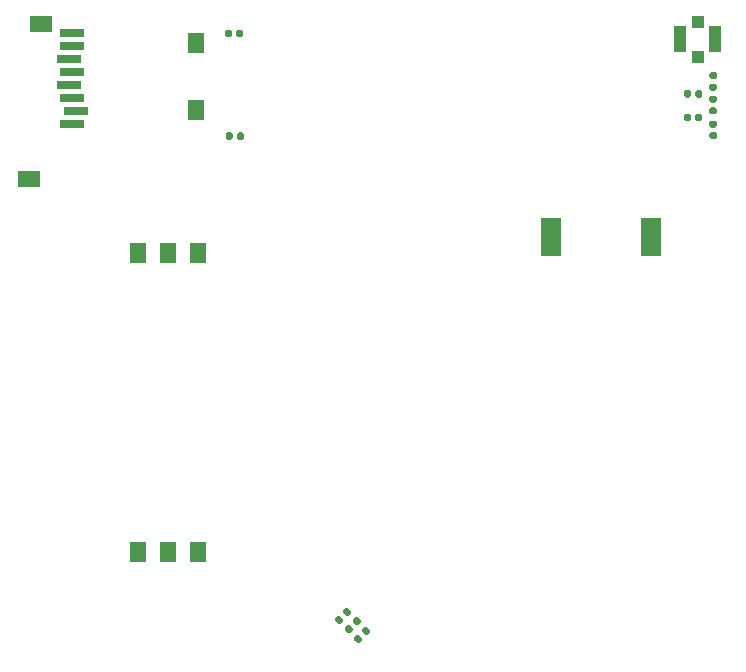
<source format=gbr>
G04 #@! TF.GenerationSoftware,KiCad,Pcbnew,5.1.6+dfsg1-1~bpo10+1*
G04 #@! TF.CreationDate,2021-06-19T16:41:49-04:00*
G04 #@! TF.ProjectId,RUSP_Daughterboard,52555350-5f44-4617-9567-68746572626f,rev?*
G04 #@! TF.SameCoordinates,Original*
G04 #@! TF.FileFunction,Paste,Top*
G04 #@! TF.FilePolarity,Positive*
%FSLAX46Y46*%
G04 Gerber Fmt 4.6, Leading zero omitted, Abs format (unit mm)*
G04 Created by KiCad (PCBNEW 5.1.6+dfsg1-1~bpo10+1) date 2021-06-19 16:41:49*
%MOMM*%
%LPD*%
G01*
G04 APERTURE LIST*
%ADD10R,1.700000X3.200000*%
%ADD11R,1.000000X1.000000*%
%ADD12R,1.050000X2.200000*%
%ADD13R,1.400000X1.800000*%
%ADD14R,2.000000X0.800000*%
%ADD15R,1.900000X1.400000*%
G04 APERTURE END LIST*
D10*
X163450000Y-88200000D03*
X171950000Y-88200000D03*
G36*
G01*
X175310000Y-77927500D02*
X175310000Y-78272500D01*
G75*
G02*
X175162500Y-78420000I-147500J0D01*
G01*
X174867500Y-78420000D01*
G75*
G02*
X174720000Y-78272500I0J147500D01*
G01*
X174720000Y-77927500D01*
G75*
G02*
X174867500Y-77780000I147500J0D01*
G01*
X175162500Y-77780000D01*
G75*
G02*
X175310000Y-77927500I0J-147500D01*
G01*
G37*
G36*
G01*
X176280000Y-77927500D02*
X176280000Y-78272500D01*
G75*
G02*
X176132500Y-78420000I-147500J0D01*
G01*
X175837500Y-78420000D01*
G75*
G02*
X175690000Y-78272500I0J147500D01*
G01*
X175690000Y-77927500D01*
G75*
G02*
X175837500Y-77780000I147500J0D01*
G01*
X176132500Y-77780000D01*
G75*
G02*
X176280000Y-77927500I0J-147500D01*
G01*
G37*
D11*
X175900000Y-73000000D03*
X175900000Y-70000000D03*
D12*
X177375000Y-71500000D03*
X174425000Y-71500000D03*
G36*
G01*
X177372500Y-74860000D02*
X177027500Y-74860000D01*
G75*
G02*
X176880000Y-74712500I0J147500D01*
G01*
X176880000Y-74417500D01*
G75*
G02*
X177027500Y-74270000I147500J0D01*
G01*
X177372500Y-74270000D01*
G75*
G02*
X177520000Y-74417500I0J-147500D01*
G01*
X177520000Y-74712500D01*
G75*
G02*
X177372500Y-74860000I-147500J0D01*
G01*
G37*
G36*
G01*
X177372500Y-75830000D02*
X177027500Y-75830000D01*
G75*
G02*
X176880000Y-75682500I0J147500D01*
G01*
X176880000Y-75387500D01*
G75*
G02*
X177027500Y-75240000I147500J0D01*
G01*
X177372500Y-75240000D01*
G75*
G02*
X177520000Y-75387500I0J-147500D01*
G01*
X177520000Y-75682500D01*
G75*
G02*
X177372500Y-75830000I-147500J0D01*
G01*
G37*
G36*
G01*
X177372500Y-76860000D02*
X177027500Y-76860000D01*
G75*
G02*
X176880000Y-76712500I0J147500D01*
G01*
X176880000Y-76417500D01*
G75*
G02*
X177027500Y-76270000I147500J0D01*
G01*
X177372500Y-76270000D01*
G75*
G02*
X177520000Y-76417500I0J-147500D01*
G01*
X177520000Y-76712500D01*
G75*
G02*
X177372500Y-76860000I-147500J0D01*
G01*
G37*
G36*
G01*
X177372500Y-77830000D02*
X177027500Y-77830000D01*
G75*
G02*
X176880000Y-77682500I0J147500D01*
G01*
X176880000Y-77387500D01*
G75*
G02*
X177027500Y-77240000I147500J0D01*
G01*
X177372500Y-77240000D01*
G75*
G02*
X177520000Y-77387500I0J-147500D01*
G01*
X177520000Y-77682500D01*
G75*
G02*
X177372500Y-77830000I-147500J0D01*
G01*
G37*
G36*
G01*
X147223674Y-121942375D02*
X147467625Y-122186327D01*
G75*
G02*
X147467625Y-122394923I-104298J-104298D01*
G01*
X147259029Y-122603519D01*
G75*
G02*
X147050433Y-122603519I-104298J104298D01*
G01*
X146806481Y-122359567D01*
G75*
G02*
X146806481Y-122150971I104298J104298D01*
G01*
X147015077Y-121942375D01*
G75*
G02*
X147223673Y-121942375I104298J-104298D01*
G01*
G37*
G36*
G01*
X147909568Y-121256481D02*
X148153519Y-121500433D01*
G75*
G02*
X148153519Y-121709029I-104298J-104298D01*
G01*
X147944923Y-121917625D01*
G75*
G02*
X147736327Y-121917625I-104298J104298D01*
G01*
X147492375Y-121673673D01*
G75*
G02*
X147492375Y-121465077I104298J104298D01*
G01*
X147700971Y-121256481D01*
G75*
G02*
X147909567Y-121256481I104298J-104298D01*
G01*
G37*
G36*
G01*
X146309568Y-119626481D02*
X146553519Y-119870433D01*
G75*
G02*
X146553519Y-120079029I-104298J-104298D01*
G01*
X146344923Y-120287625D01*
G75*
G02*
X146136327Y-120287625I-104298J104298D01*
G01*
X145892375Y-120043673D01*
G75*
G02*
X145892375Y-119835077I104298J104298D01*
G01*
X146100971Y-119626481D01*
G75*
G02*
X146309567Y-119626481I104298J-104298D01*
G01*
G37*
G36*
G01*
X145623674Y-120312375D02*
X145867625Y-120556327D01*
G75*
G02*
X145867625Y-120764923I-104298J-104298D01*
G01*
X145659029Y-120973519D01*
G75*
G02*
X145450433Y-120973519I-104298J104298D01*
G01*
X145206481Y-120729567D01*
G75*
G02*
X145206481Y-120520971I104298J104298D01*
G01*
X145415077Y-120312375D01*
G75*
G02*
X145623673Y-120312375I104298J-104298D01*
G01*
G37*
G36*
G01*
X147119568Y-120436481D02*
X147363519Y-120680433D01*
G75*
G02*
X147363519Y-120889029I-104298J-104298D01*
G01*
X147154923Y-121097625D01*
G75*
G02*
X146946327Y-121097625I-104298J104298D01*
G01*
X146702375Y-120853673D01*
G75*
G02*
X146702375Y-120645077I104298J104298D01*
G01*
X146910971Y-120436481D01*
G75*
G02*
X147119567Y-120436481I104298J-104298D01*
G01*
G37*
G36*
G01*
X146433674Y-121122375D02*
X146677625Y-121366327D01*
G75*
G02*
X146677625Y-121574923I-104298J-104298D01*
G01*
X146469029Y-121783519D01*
G75*
G02*
X146260433Y-121783519I-104298J104298D01*
G01*
X146016481Y-121539567D01*
G75*
G02*
X146016481Y-121330971I104298J104298D01*
G01*
X146225077Y-121122375D01*
G75*
G02*
X146433673Y-121122375I104298J-104298D01*
G01*
G37*
D13*
X133560000Y-114886500D03*
X131083500Y-114886500D03*
X128480000Y-114886500D03*
X133560000Y-89613500D03*
X131020000Y-89613500D03*
X128480000Y-89613500D03*
D14*
X122875000Y-78690000D03*
X123275000Y-77590000D03*
X122875000Y-76490000D03*
X122675000Y-75390000D03*
X122875000Y-74290000D03*
X122675000Y-73190000D03*
X122875000Y-72090000D03*
X122875000Y-70990000D03*
D13*
X133425000Y-71800000D03*
X133425000Y-77500000D03*
D15*
X120275000Y-70200000D03*
X119275000Y-83350000D03*
G36*
G01*
X136425000Y-70827500D02*
X136425000Y-71172500D01*
G75*
G02*
X136277500Y-71320000I-147500J0D01*
G01*
X135982500Y-71320000D01*
G75*
G02*
X135835000Y-71172500I0J147500D01*
G01*
X135835000Y-70827500D01*
G75*
G02*
X135982500Y-70680000I147500J0D01*
G01*
X136277500Y-70680000D01*
G75*
G02*
X136425000Y-70827500I0J-147500D01*
G01*
G37*
G36*
G01*
X137395000Y-70827500D02*
X137395000Y-71172500D01*
G75*
G02*
X137247500Y-71320000I-147500J0D01*
G01*
X136952500Y-71320000D01*
G75*
G02*
X136805000Y-71172500I0J147500D01*
G01*
X136805000Y-70827500D01*
G75*
G02*
X136952500Y-70680000I147500J0D01*
G01*
X137247500Y-70680000D01*
G75*
G02*
X137395000Y-70827500I0J-147500D01*
G01*
G37*
G36*
G01*
X137480000Y-79527500D02*
X137480000Y-79872500D01*
G75*
G02*
X137332500Y-80020000I-147500J0D01*
G01*
X137037500Y-80020000D01*
G75*
G02*
X136890000Y-79872500I0J147500D01*
G01*
X136890000Y-79527500D01*
G75*
G02*
X137037500Y-79380000I147500J0D01*
G01*
X137332500Y-79380000D01*
G75*
G02*
X137480000Y-79527500I0J-147500D01*
G01*
G37*
G36*
G01*
X136510000Y-79527500D02*
X136510000Y-79872500D01*
G75*
G02*
X136362500Y-80020000I-147500J0D01*
G01*
X136067500Y-80020000D01*
G75*
G02*
X135920000Y-79872500I0J147500D01*
G01*
X135920000Y-79527500D01*
G75*
G02*
X136067500Y-79380000I147500J0D01*
G01*
X136362500Y-79380000D01*
G75*
G02*
X136510000Y-79527500I0J-147500D01*
G01*
G37*
G36*
G01*
X175310000Y-75927500D02*
X175310000Y-76272500D01*
G75*
G02*
X175162500Y-76420000I-147500J0D01*
G01*
X174867500Y-76420000D01*
G75*
G02*
X174720000Y-76272500I0J147500D01*
G01*
X174720000Y-75927500D01*
G75*
G02*
X174867500Y-75780000I147500J0D01*
G01*
X175162500Y-75780000D01*
G75*
G02*
X175310000Y-75927500I0J-147500D01*
G01*
G37*
G36*
G01*
X176280000Y-75927500D02*
X176280000Y-76272500D01*
G75*
G02*
X176132500Y-76420000I-147500J0D01*
G01*
X175837500Y-76420000D01*
G75*
G02*
X175690000Y-76272500I0J147500D01*
G01*
X175690000Y-75927500D01*
G75*
G02*
X175837500Y-75780000I147500J0D01*
G01*
X176132500Y-75780000D01*
G75*
G02*
X176280000Y-75927500I0J-147500D01*
G01*
G37*
G36*
G01*
X177372500Y-79930000D02*
X177027500Y-79930000D01*
G75*
G02*
X176880000Y-79782500I0J147500D01*
G01*
X176880000Y-79487500D01*
G75*
G02*
X177027500Y-79340000I147500J0D01*
G01*
X177372500Y-79340000D01*
G75*
G02*
X177520000Y-79487500I0J-147500D01*
G01*
X177520000Y-79782500D01*
G75*
G02*
X177372500Y-79930000I-147500J0D01*
G01*
G37*
G36*
G01*
X177372500Y-78960000D02*
X177027500Y-78960000D01*
G75*
G02*
X176880000Y-78812500I0J147500D01*
G01*
X176880000Y-78517500D01*
G75*
G02*
X177027500Y-78370000I147500J0D01*
G01*
X177372500Y-78370000D01*
G75*
G02*
X177520000Y-78517500I0J-147500D01*
G01*
X177520000Y-78812500D01*
G75*
G02*
X177372500Y-78960000I-147500J0D01*
G01*
G37*
M02*

</source>
